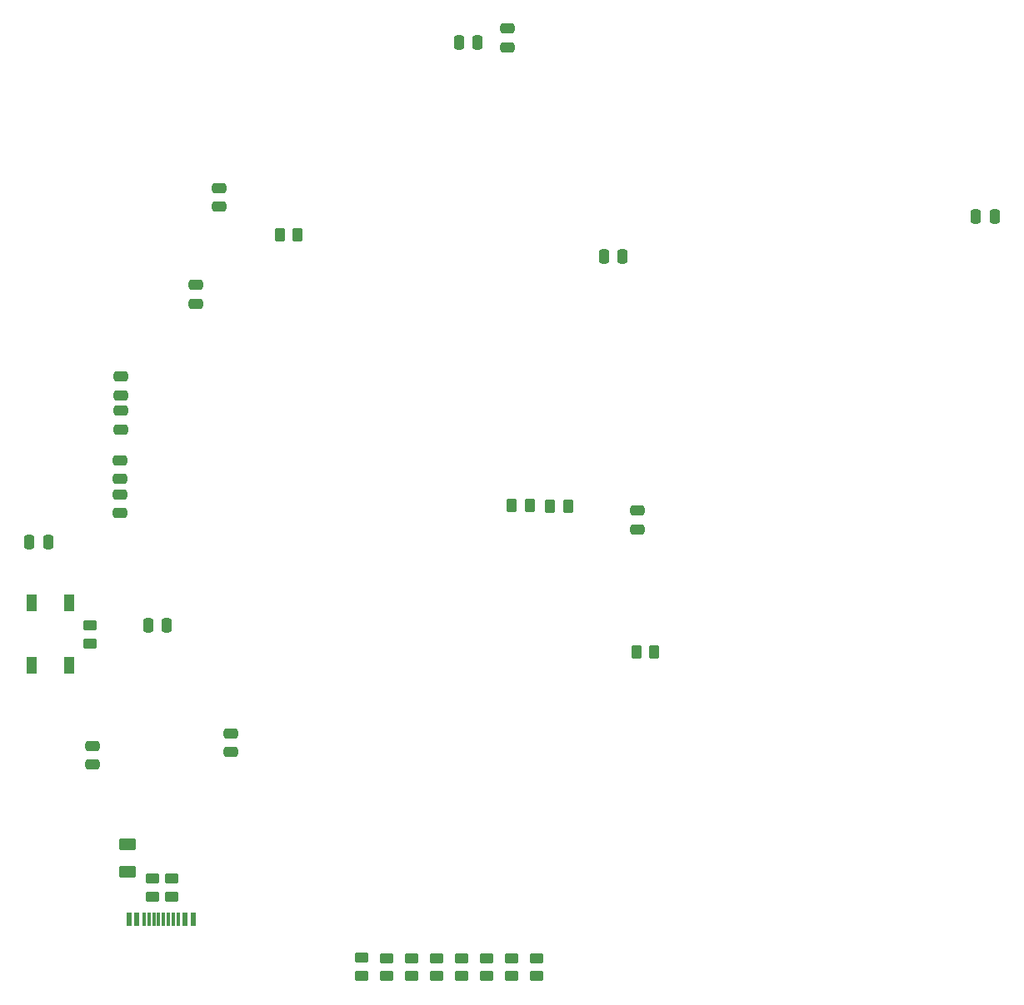
<source format=gbr>
%TF.GenerationSoftware,KiCad,Pcbnew,6.0.10-86aedd382b~118~ubuntu22.10.1*%
%TF.CreationDate,2023-08-04T17:23:03-07:00*%
%TF.ProjectId,6502v2,36353032-7632-42e6-9b69-6361645f7063,rev?*%
%TF.SameCoordinates,Original*%
%TF.FileFunction,Paste,Top*%
%TF.FilePolarity,Positive*%
%FSLAX46Y46*%
G04 Gerber Fmt 4.6, Leading zero omitted, Abs format (unit mm)*
G04 Created by KiCad (PCBNEW 6.0.10-86aedd382b~118~ubuntu22.10.1) date 2023-08-04 17:23:03*
%MOMM*%
%LPD*%
G01*
G04 APERTURE LIST*
G04 Aperture macros list*
%AMRoundRect*
0 Rectangle with rounded corners*
0 $1 Rounding radius*
0 $2 $3 $4 $5 $6 $7 $8 $9 X,Y pos of 4 corners*
0 Add a 4 corners polygon primitive as box body*
4,1,4,$2,$3,$4,$5,$6,$7,$8,$9,$2,$3,0*
0 Add four circle primitives for the rounded corners*
1,1,$1+$1,$2,$3*
1,1,$1+$1,$4,$5*
1,1,$1+$1,$6,$7*
1,1,$1+$1,$8,$9*
0 Add four rect primitives between the rounded corners*
20,1,$1+$1,$2,$3,$4,$5,0*
20,1,$1+$1,$4,$5,$6,$7,0*
20,1,$1+$1,$6,$7,$8,$9,0*
20,1,$1+$1,$8,$9,$2,$3,0*%
G04 Aperture macros list end*
%ADD10RoundRect,0.250000X0.450000X-0.262500X0.450000X0.262500X-0.450000X0.262500X-0.450000X-0.262500X0*%
%ADD11RoundRect,0.250000X0.250000X0.475000X-0.250000X0.475000X-0.250000X-0.475000X0.250000X-0.475000X0*%
%ADD12RoundRect,0.250000X0.475000X-0.250000X0.475000X0.250000X-0.475000X0.250000X-0.475000X-0.250000X0*%
%ADD13RoundRect,0.250000X-0.475000X0.250000X-0.475000X-0.250000X0.475000X-0.250000X0.475000X0.250000X0*%
%ADD14RoundRect,0.250000X-0.262500X-0.450000X0.262500X-0.450000X0.262500X0.450000X-0.262500X0.450000X0*%
%ADD15R,0.600000X1.450000*%
%ADD16R,0.300000X1.450000*%
%ADD17RoundRect,0.250000X0.625000X-0.375000X0.625000X0.375000X-0.625000X0.375000X-0.625000X-0.375000X0*%
%ADD18RoundRect,0.250000X-0.250000X-0.475000X0.250000X-0.475000X0.250000X0.475000X-0.250000X0.475000X0*%
%ADD19R,1.000000X1.700000*%
G04 APERTURE END LIST*
D10*
%TO.C,D14*%
X69450000Y-126262500D03*
X69450000Y-124437500D03*
%TD*%
D11*
%TO.C,C10*%
X47075000Y-90600000D03*
X45175000Y-90600000D03*
%TD*%
D10*
%TO.C,D16*%
X66850000Y-126250000D03*
X66850000Y-124425000D03*
%TD*%
%TO.C,D4*%
X82130000Y-126265000D03*
X82130000Y-124440000D03*
%TD*%
D12*
%TO.C,C8*%
X39525000Y-104750000D03*
X39525000Y-102850000D03*
%TD*%
D10*
%TO.C,D12*%
X71975000Y-126262500D03*
X71975000Y-124437500D03*
%TD*%
D13*
%TO.C,C14*%
X42300000Y-77300000D03*
X42300000Y-79200000D03*
%TD*%
D12*
%TO.C,C11*%
X42300000Y-75700000D03*
X42300000Y-73800000D03*
%TD*%
%TO.C,C15*%
X52400000Y-48050000D03*
X52400000Y-46150000D03*
%TD*%
D14*
%TO.C,R30*%
X86037500Y-78500000D03*
X87862500Y-78500000D03*
%TD*%
D13*
%TO.C,C13*%
X42400000Y-65300000D03*
X42400000Y-67200000D03*
%TD*%
D10*
%TO.C,R31*%
X39300000Y-92425000D03*
X39300000Y-90600000D03*
%TD*%
D11*
%TO.C,C1*%
X78650000Y-31375000D03*
X76750000Y-31375000D03*
%TD*%
%TO.C,C6*%
X93400000Y-53125000D03*
X91500000Y-53125000D03*
%TD*%
D10*
%TO.C,D2*%
X84650000Y-126262500D03*
X84650000Y-124437500D03*
%TD*%
D15*
%TO.C,USB1*%
X43275000Y-120455000D03*
X44050000Y-120455000D03*
D16*
X44750000Y-120455000D03*
X45250000Y-120455000D03*
X45750000Y-120455000D03*
X46250000Y-120455000D03*
X46750000Y-120455000D03*
X47250000Y-120455000D03*
X47750000Y-120455000D03*
X48250000Y-120455000D03*
D15*
X48950000Y-120455000D03*
X49725000Y-120455000D03*
%TD*%
D13*
%TO.C,C4*%
X94875000Y-78925000D03*
X94875000Y-80825000D03*
%TD*%
D17*
%TO.C,F1*%
X43100000Y-115700000D03*
X43100000Y-112900000D03*
%TD*%
D12*
%TO.C,C12*%
X42400000Y-70700000D03*
X42400000Y-68800000D03*
%TD*%
D14*
%TO.C,R32*%
X94800000Y-93300000D03*
X96625000Y-93300000D03*
%TD*%
D18*
%TO.C,C9*%
X129275000Y-49025000D03*
X131175000Y-49025000D03*
%TD*%
D10*
%TO.C,D8*%
X77040000Y-126265000D03*
X77040000Y-124440000D03*
%TD*%
D13*
%TO.C,C3*%
X81650000Y-29925000D03*
X81650000Y-31825000D03*
%TD*%
D18*
%TO.C,C2*%
X33100000Y-82150000D03*
X35000000Y-82150000D03*
%TD*%
D10*
%TO.C,R1*%
X45650000Y-118187500D03*
X45650000Y-116362500D03*
%TD*%
D13*
%TO.C,C7*%
X50000000Y-56000000D03*
X50000000Y-57900000D03*
%TD*%
D14*
%TO.C,R33*%
X58537500Y-50900000D03*
X60362500Y-50900000D03*
%TD*%
D12*
%TO.C,C5*%
X53550000Y-103475000D03*
X53550000Y-101575000D03*
%TD*%
D10*
%TO.C,D6*%
X79590000Y-126265000D03*
X79590000Y-124440000D03*
%TD*%
D14*
%TO.C,R29*%
X82125000Y-78450000D03*
X83950000Y-78450000D03*
%TD*%
D19*
%TO.C,SW1*%
X33350000Y-88350000D03*
X33350000Y-94650000D03*
X37150000Y-94650000D03*
X37150000Y-88350000D03*
%TD*%
D10*
%TO.C,R2*%
X47600000Y-118187500D03*
X47600000Y-116362500D03*
%TD*%
%TO.C,D10*%
X74510000Y-126265000D03*
X74510000Y-124440000D03*
%TD*%
M02*

</source>
